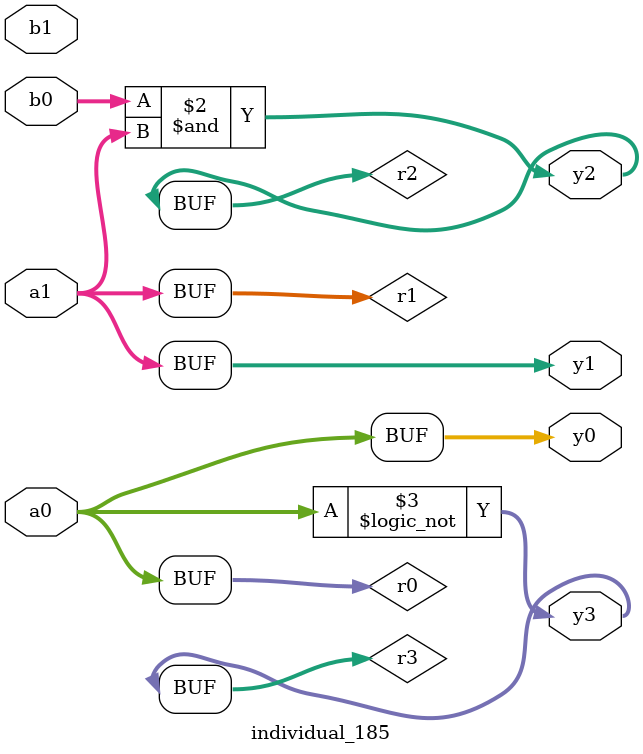
<source format=sv>
module individual_185(input logic [15:0] a1, input logic [15:0] a0, input logic [15:0] b1, input logic [15:0] b0, output logic [15:0] y3, output logic [15:0] y2, output logic [15:0] y1, output logic [15:0] y0);
logic [15:0] r0, r1, r2, r3; 
 always@(*) begin 
	 r0 = a0; r1 = a1; r2 = b0; r3 = b1; 
 	 r2  &=  a1 ;
 	 r3 = ! r0 ;
 	 y3 = r3; y2 = r2; y1 = r1; y0 = r0; 
end
endmodule
</source>
